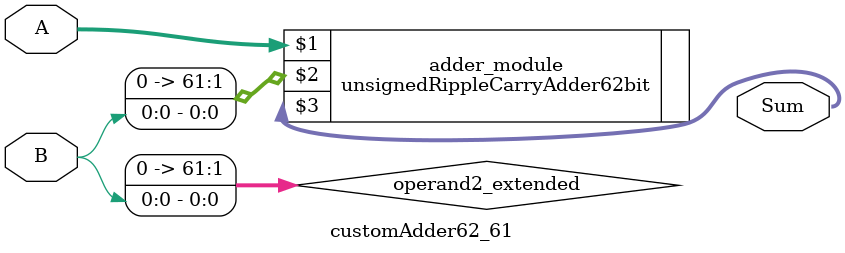
<source format=v>
module customAdder62_61(
                        input [61 : 0] A,
                        input [0 : 0] B,
                        
                        output [62 : 0] Sum
                );

        wire [61 : 0] operand2_extended;
        
        assign operand2_extended =  {61'b0, B};
        
        unsignedRippleCarryAdder62bit adder_module(
            A,
            operand2_extended,
            Sum
        );
        
        endmodule
        
</source>
